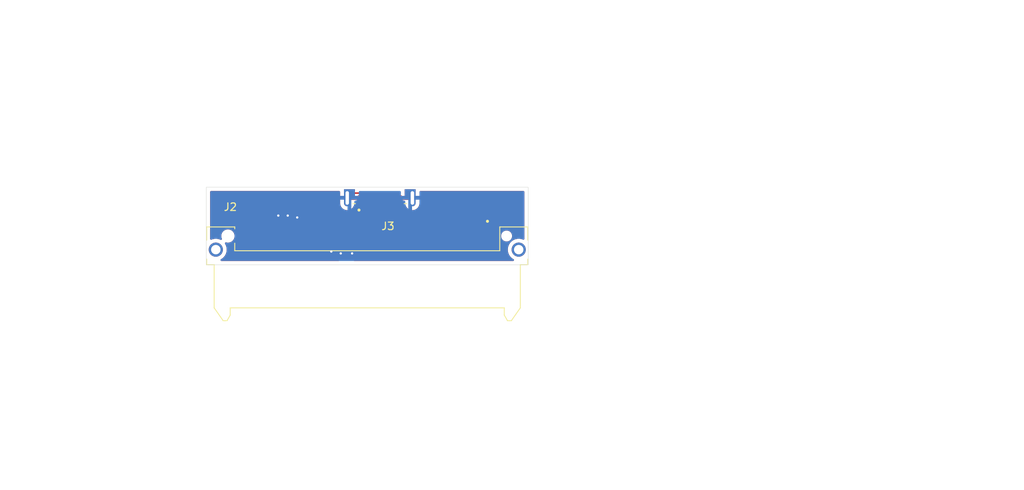
<source format=kicad_pcb>
(kicad_pcb (version 20241229) (generator "pcbnew") (generator_version "9.0")
  (layers (0 "F.Cu" signal) (2 "B.Cu" signal) (13 "F.Paste" user) (15 "B.Paste" user) (5 "F.SilkS" user "F.Silkscreen") (7 "B.SilkS" user "B.Silkscreen") (1 "F.Mask" user) (3 "B.Mask" user) (25 "Edge.Cuts" user))
  (net 0 "")
  (net 2 "GND")
  (net 10 "+5V")
  (footprint "UP20_C_F_G_FL_P12_TR:SAMESKY_UP20-C-F-G-FL-P12-TR" (layer "F.Cu") (at 150.65675 99.7675 180)
    (property "Reference" "J3" (at -1.075 -5.135 0) (layer "F.SilkS"))
    (property "Value" "UP20-C-F-G-FL-P12-TR")
    (fp_line (start 3.22 -2.15) (end 3.555 -2.15) (stroke (width 0.127)) (layer "F.SilkS"))
    (fp_line (start -3.555 -2.15) (end -3.22 -2.15) (stroke (width 0.127)) (layer "F.SilkS"))
    (fp_circle (center 2.75 -3) (end 2.85 -3) (stroke (width 0.2)) (fill no) (layer "F.SilkS"))
    (pad "A1" smd rect (at 2.75 -1.56 180) (size 0.3 1) (layers "F.Cu" "F.Mask" "F.Paste") (net 2 "GND"))
    (pad "A2" smd rect (at 2.25 -1.56 180) (size 0.3 1) (layers "F.Cu" "F.Mask" "F.Paste"))
    (pad "A3" smd rect (at 1.75 -1.56 180) (size 0.3 1) (layers "F.Cu" "F.Mask" "F.Paste"))
    (pad "A4" smd rect (at 1.25 -1.56 180) (size 0.3 1) (layers "F.Cu" "F.Mask" "F.Paste") (net 10 "+5V"))
    (pad "A5" smd rect (at -1.25 -1.56 180) (size 0.3 1) (layers "F.Cu" "F.Mask" "F.Paste"))
    (pad "A6" smd rect (at -1.75 -1.56 180) (size 0.3 1) (layers "F.Cu" "F.Mask" "F.Paste"))
    (pad "A7" smd rect (at -2.25 -1.56 180) (size 0.3 1) (layers "F.Cu" "F.Mask" "F.Paste"))
    (pad "A12" smd rect (at -2.75 -1.56 180) (size 0.3 1) (layers "F.Cu" "F.Mask" "F.Paste") (net 2 "GND"))
    (pad "B9" smd rect (at -0.75 -1.56 180) (size 0.3 1) (layers "F.Cu" "F.Mask" "F.Paste") (net 10 "+5V"))
    (pad "B10" smd rect (at -0.25 -1.56 180) (size 0.3 1) (layers "F.Cu" "F.Mask" "F.Paste"))
    (pad "B11" smd rect (at 0.25 -1.56 180) (size 0.3 1) (layers "F.Cu" "F.Mask" "F.Paste"))
    (pad "B12" smd rect (at 0.75 -1.56 180) (size 0.3 1) (layers "F.Cu" "F.Mask" "F.Paste") (net 2 "GND"))
    (pad "SH1" thru_hole custom (at -4.3 -1.4 180) (size 0.85 2.25) (drill oval 0.45 1.8) (layers "*.Cu") (net 2 "GND") (options (clearance outline) (anchor circle)) (primitives (gr_poly (pts (xy 0.425 0.15) (xy 0.425 -0.675) (xy 0.424 -0.697) (xy 0.423 -0.719) (xy 0.42 -0.741) (xy 0.416 -0.763) (xy 0.411 -0.785) (xy 0.404 -0.806) (xy 0.397 -0.827) (xy 0.388 -0.848) (xy 0.379 -0.868) (xy 0.368 -0.888) (xy 0.356 -0.906) (xy 0.344 -0.925) (xy 0.33 -0.942) (xy 0.316 -0.959) (xy 0.301 -0.976) (xy 0.284 -0.991) (xy 0.267 -1.005) (xy 0.25 -1.019) (xy 0.231 -1.031) (xy 0.212 -1.043) (xy 0.193 -1.054) (xy 0.173 -1.063) (xy 0.152 -1.072) (xy 0.131 -1.079) (xy 0.11 -1.086) (xy 0.088 -1.091) (xy 0.066 -1.095) (xy 0.044 -1.098) (xy 0.022 -1.099) (xy 0 -1.1) (xy -0.022 -1.099) (xy -0.044 -1.098) (xy -0.066 -1.095) (xy -0.088 -1.091) (xy -0.11 -1.086) (xy -0.131 -1.079) (xy -0.152 -1.072) (xy -0.173 -1.063) (xy -0.193 -1.054) (xy -0.212 -1.043) (xy -0.231 -1.031) (xy -0.25 -1.019) (xy -0.267 -1.005) (xy -0.284 -0.991) (xy -0.301 -0.976) (xy -0.316 -0.959) (xy -0.33 -0.942) (xy -0.344 -0.925) (xy -0.356 -0.906) (xy -0.368 -0.888) (xy -0.379 -0.868) (xy -0.388 -0.848) (xy -0.397 -0.827) (xy -0.404 -0.806) (xy -0.411 -0.785) (xy -0.416 -0.763) (xy -0.42 -0.741) (xy -0.423 -0.719) (xy -0.424 -0.697) (xy -0.425 -0.675) (xy -0.425 1.15) (xy 1.005 1.15) (xy 1.005 0.15) (xy 0.425 0.15)) (width 0.01) (fill yes))))
    (pad "SH2" thru_hole custom (at 4.3 -1.4 180) (size 0.85 2.25) (drill oval 0.45 1.8) (layers "*.Cu") (net 2 "GND") (options (clearance outline) (anchor circle)) (primitives (gr_poly (pts (xy -0.425 0.15) (xy -0.425 -0.675) (xy -0.424 -0.697) (xy -0.423 -0.719) (xy -0.42 -0.741) (xy -0.416 -0.763) (xy -0.411 -0.785) (xy -0.404 -0.806) (xy -0.397 -0.827) (xy -0.388 -0.848) (xy -0.379 -0.868) (xy -0.368 -0.888) (xy -0.356 -0.906) (xy -0.344 -0.925) (xy -0.33 -0.942) (xy -0.316 -0.959) (xy -0.301 -0.976) (xy -0.284 -0.991) (xy -0.267 -1.005) (xy -0.25 -1.019) (xy -0.231 -1.031) (xy -0.212 -1.043) (xy -0.193 -1.054) (xy -0.173 -1.063) (xy -0.152 -1.072) (xy -0.131 -1.079) (xy -0.11 -1.086) (xy -0.088 -1.091) (xy -0.066 -1.095) (xy -0.044 -1.098) (xy -0.022 -1.099) (xy 0 -1.1) (xy 0.022 -1.099) (xy 0.044 -1.098) (xy 0.066 -1.095) (xy 0.088 -1.091) (xy 0.11 -1.086) (xy 0.131 -1.079) (xy 0.152 -1.072) (xy 0.173 -1.063) (xy 0.193 -1.054) (xy 0.212 -1.043) (xy 0.231 -1.031) (xy 0.25 -1.019) (xy 0.267 -1.005) (xy 0.284 -0.991) (xy 0.301 -0.976) (xy 0.316 -0.959) (xy 0.33 -0.942) (xy 0.344 -0.925) (xy 0.356 -0.906) (xy 0.368 -0.888) (xy 0.379 -0.868) (xy 0.388 -0.848) (xy 0.397 -0.827) (xy 0.404 -0.806) (xy 0.411 -0.785) (xy 0.416 -0.763) (xy 0.42 -0.741) (xy 0.423 -0.719) (xy 0.424 -0.697) (xy 0.425 -0.675) (xy 0.425 1.15) (xy -1.005 1.15) (xy -1.005 0.15) (xy -0.425 0.15)) (width 0.01) (fill yes))))
  )
  (footprint "10034814_001LF:AMPHENOL_10034814-001LF" (layer "F.Cu") (at 149 108)
    (property "Reference" "J2" (at -18.075 -5.635 0) (layer "F.SilkS"))
    (property "Value" "10034814-001LF")
    (fp_line (start -21.2 -3) (end -21.2 -1.251) (stroke (width 0.127)) (layer "F.SilkS"))
    (fp_line (start -21.2 -3) (end -17.5 -3) (stroke (width 0.127)) (layer "F.SilkS"))
    (fp_line (start -21.2 1.251) (end -21.2 2) (stroke (width 0.127)) (layer "F.SilkS"))
    (fp_line (start -20.215 2) (end -21.2 2) (stroke (width 0.127)) (layer "F.SilkS"))
    (fp_line (start -20.215 7.7) (end -20.215 2) (stroke (width 0.127)) (layer "F.SilkS"))
    (fp_line (start -19.025 9.4) (end -20.215 7.7) (stroke (width 0.127)) (layer "F.SilkS"))
    (fp_line (start -18.525 9.4) (end -19.025 9.4) (stroke (width 0.127)) (layer "F.SilkS"))
    (fp_line (start -18.095 7.7) (end -18.095 8.655) (stroke (width 0.127)) (layer "F.SilkS"))
    (fp_line (start -18.095 7.7) (end 18.095 7.7) (stroke (width 0.127)) (layer "F.SilkS"))
    (fp_line (start -18.095 8.655) (end -18.525 9.4) (stroke (width 0.127)) (layer "F.SilkS"))
    (fp_line (start -17.5 -3) (end -17.5 -2.745) (stroke (width 0.127)) (layer "F.SilkS"))
    (fp_line (start -17.5 -0.855) (end -17.5 0.15) (stroke (width 0.127)) (layer "F.SilkS"))
    (fp_line (start -17.5 0.15) (end 17.5 0.15) (stroke (width 0.127)) (layer "F.SilkS"))
    (fp_line (start 17.5 -3) (end 21.2 -3) (stroke (width 0.127)) (layer "F.SilkS"))
    (fp_line (start 17.5 0.15) (end 17.5 -3) (stroke (width 0.127)) (layer "F.SilkS"))
    (fp_line (start 18.095 7.7) (end 18.095 8.655) (stroke (width 0.127)) (layer "F.SilkS"))
    (fp_line (start 18.095 8.655) (end 18.525 9.4) (stroke (width 0.127)) (layer "F.SilkS"))
    (fp_line (start 18.525 9.4) (end 19.025 9.4) (stroke (width 0.127)) (layer "F.SilkS"))
    (fp_line (start 19.025 9.4) (end 20.215 7.7) (stroke (width 0.127)) (layer "F.SilkS"))
    (fp_line (start 20.215 7.7) (end 20.215 2) (stroke (width 0.127)) (layer "F.SilkS"))
    (fp_line (start 21.2 -3) (end 21.2 -1.251) (stroke (width 0.127)) (layer "F.SilkS"))
    (fp_line (start 21.2 1.251) (end 21.2 2) (stroke (width 0.127)) (layer "F.SilkS"))
    (fp_line (start 21.2 2) (end 20.215 2) (stroke (width 0.127)) (layer "F.SilkS"))
    (fp_circle (center 15.875 -3.75) (end 15.975 -3.75) (stroke (width 0.2)) (fill no) (layer "F.SilkS"))
    (pad "" np_thru_hole circle (at -18.4 -1.8) (size 1.25 1.25) (drill 1.25) (layers "*.Cu" "*.Mask"))
    (pad "" np_thru_hole circle (at 18.4 -1.8) (size 0.95 0.95) (drill 0.95) (layers "*.Cu" "*.Mask"))
    (pad "P1" smd rect (at 1.905 -2.14) (size 0.65 1.9) (layers "F.Cu" "F.Mask" "F.Paste"))
    (pad "P2" smd rect (at 0.635 -2.14) (size 0.65 1.9) (layers "F.Cu" "F.Mask" "F.Paste"))
    (pad "P3" smd rect (at -0.635 -2.14) (size 0.65 1.9) (layers "F.Cu" "F.Mask" "F.Paste"))
    (pad "P4" smd rect (at -1.905 -2.14) (size 0.65 1.9) (layers "F.Cu" "F.Mask" "F.Paste") (net 2 "GND"))
    (pad "P5" smd rect (at -3.175 -2.14) (size 0.65 1.9) (layers "F.Cu" "F.Mask" "F.Paste") (net 2 "GND"))
    (pad "P6" smd rect (at -4.445 -2.14) (size 0.65 1.9) (layers "F.Cu" "F.Mask" "F.Paste") (net 2 "GND"))
    (pad "P7" smd rect (at -5.715 -2.14) (size 0.65 1.9) (layers "F.Cu" "F.Mask" "F.Paste") (net 10 "+5V"))
    (pad "P8" smd rect (at -6.985 -2.14) (size 0.65 1.9) (layers "F.Cu" "F.Mask" "F.Paste") (net 10 "+5V"))
    (pad "P9" smd rect (at -8.255 -2.14) (size 0.65 1.9) (layers "F.Cu" "F.Mask" "F.Paste") (net 10 "+5V"))
    (pad "P10" smd rect (at -9.525 -2.14) (size 0.65 1.9) (layers "F.Cu" "F.Mask" "F.Paste") (net 2 "GND"))
    (pad "P11" smd rect (at -10.795 -2.14) (size 0.65 1.9) (layers "F.Cu" "F.Mask" "F.Paste") (net 2 "GND"))
    (pad "P12" smd rect (at -12.065 -2.14) (size 0.65 1.9) (layers "F.Cu" "F.Mask" "F.Paste") (net 2 "GND"))
    (pad "P13" smd rect (at -13.335 -2.14) (size 0.65 1.9) (layers "F.Cu" "F.Mask" "F.Paste"))
    (pad "P14" smd rect (at -14.605 -2.14) (size 0.65 1.9) (layers "F.Cu" "F.Mask" "F.Paste"))
    (pad "P15" smd rect (at -15.875 -2.14) (size 0.65 1.9) (layers "F.Cu" "F.Mask" "F.Paste"))
    (pad "S1" smd rect (at 15.875 -2.14) (size 0.65 1.9) (layers "F.Cu" "F.Mask" "F.Paste"))
    (pad "S2" smd rect (at 14.605 -2.14) (size 0.65 1.9) (layers "F.Cu" "F.Mask" "F.Paste"))
    (pad "S3" smd rect (at 13.335 -2.14) (size 0.65 1.9) (layers "F.Cu" "F.Mask" "F.Paste"))
    (pad "S4" smd rect (at 12.065 -2.14) (size 0.65 1.9) (layers "F.Cu" "F.Mask" "F.Paste"))
    (pad "S5" smd rect (at 10.795 -2.14) (size 0.65 1.9) (layers "F.Cu" "F.Mask" "F.Paste"))
    (pad "S6" smd rect (at 9.525 -2.14) (size 0.65 1.9) (layers "F.Cu" "F.Mask" "F.Paste"))
    (pad "S7" smd rect (at 8.255 -2.14) (size 0.65 1.9) (layers "F.Cu" "F.Mask" "F.Paste"))
    (pad "SH1" thru_hole circle (at -20 0) (size 1.875 1.875) (drill 1.25) (layers "*.Cu" "*.Mask"))
    (pad "SH2" thru_hole circle (at 20 0) (size 1.875 1.875) (drill 1.25) (layers "*.Cu" "*.Mask"))
  )
  (gr_rect (start 127.75 99.75) (end 170.25 110) (stroke (width 0.05)) (fill no) (layer "Edge.Cuts"))
  (segment (start 145.5 106.185) (end 145.825 105.86) (width 0.2) (layer "F.Cu") (net 2))
  (segment (start 144.25 108.25) (end 144.25 106.165) (width 0.2) (layer "F.Cu") (net 2))
  (segment (start 153.40675 101.3275) (end 154.79675 101.3275) (width 0.2) (layer "F.Cu") (net 2))
  (segment (start 147 108.5) (end 147 105.955) (width 0.2) (layer "F.Cu") (net 2))
  (segment (start 149.90675 100.5755) (end 149.85775 100.5265) (width 0.2) (layer "F.Cu") (net 2))
  (segment (start 136.935 103.815) (end 137.25 103.5) (width 0.2) (layer "F.Cu") (net 2))
  (segment (start 138.205 103.795) (end 138.5 103.5) (width 0.2) (layer "F.Cu") (net 2))
  (segment (start 147 105.955) (end 147.095 105.86) (width 0.2) (layer "F.Cu") (net 2))
  (segment (start 138.205 105.86) (end 138.205 103.795) (width 0.2) (layer "F.Cu") (net 2))
  (segment (start 146.99775 100.5265) (end 146.35675 101.1675) (width 0.2) (layer "F.Cu") (net 2))
  (segment (start 144.25 106.165) (end 144.555 105.86) (width 0.2) (layer "F.Cu") (net 2))
  (segment (start 146.51675 101.3275) (end 146.35675 101.1675) (width 0.2) (layer "F.Cu") (net 2))
  (segment (start 149.90675 101.3275) (end 149.90675 100.5755) (width 0.2) (layer "F.Cu") (net 2))
  (segment (start 139.475 104.025) (end 139.75 103.75) (width 0.2) (layer "F.Cu") (net 2))
  (segment (start 147.90675 101.3275) (end 146.51675 101.3275) (width 0.2) (layer "F.Cu") (net 2))
  (segment (start 136.935 105.86) (end 136.935 103.815) (width 0.2) (layer "F.Cu") (net 2))
  (segment (start 145.5 108.5) (end 145.5 106.185) (width 0.2) (layer "F.Cu") (net 2))
  (segment (start 139.475 105.86) (end 139.475 104.025) (width 0.2) (layer "F.Cu") (net 2))
  (segment (start 149.85775 100.5265) (end 146.99775 100.5265) (width 0.2) (layer "F.Cu") (net 2))
  (segment (start 154.79675 101.3275) (end 154.95675 101.1675) (width 0.2) (layer "F.Cu") (net 2))
  (via (at 147 108.5) (size 0.6) (drill 0.3) (layers "F.Cu" "B.Cu") (net 2))
  (via (at 137.25 103.5) (size 0.6) (drill 0.3) (layers "F.Cu" "B.Cu") (net 2))
  (via (at 144.25 108.25) (size 0.6) (drill 0.3) (layers "F.Cu" "B.Cu") (net 2))
  (via (at 145.5 108.5) (size 0.6) (drill 0.3) (layers "F.Cu" "B.Cu") (net 2))
  (via (at 138.5 103.5) (size 0.6) (drill 0.3) (layers "F.Cu" "B.Cu") (net 2))
  (via (at 139.75 103.75) (size 0.6) (drill 0.3) (layers "F.Cu" "B.Cu") (net 2))
  (segment (start 151.40675 102.59325) (end 151 103) (width 0.2) (layer "F.Cu") (net 10))
  (segment (start 151.40675 101.3275) (end 151.40675 102.59325) (width 0.2) (layer "F.Cu") (net 10))
  (segment (start 149.40675 102.59325) (end 149 103) (width 0.2) (layer "F.Cu") (net 10))
  (segment (start 149.40675 101.3275) (end 149.40675 102.59325) (width 0.2) (layer "F.Cu") (net 10))
  (zone (net 10) (net_name "+5V") (layer "F.Cu") (connect_pads (clearance 0.5)) (min_thickness 0.25) (fill yes (thermal_gap 0.5) (thermal_bridge_width 0.5))
    (polygon (pts (xy 195.25 127) (xy 195.25 84) (xy 119 84.75) (xy 117.5 126.25)))
  )
  (zone (net 2) (net_name "GND") (layer "B.Cu") (priority 1) (connect_pads (clearance 0.5)) (min_thickness 0.25) (fill yes (thermal_gap 0.5) (thermal_bridge_width 0.5))
    (polygon (pts (xy 228.25 108.75) (xy 225.5 75) (xy 100.5 76.75) (xy 101.75 134.25) (xy 235.75 139.75)))
  )
)
</source>
